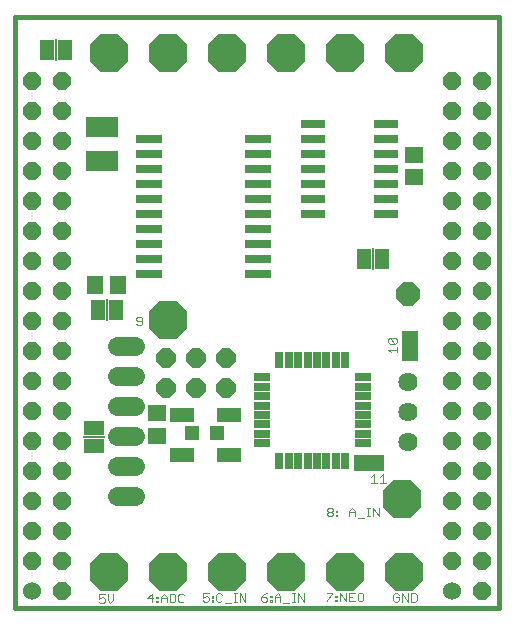
<source format=gts>
G75*
%MOIN*%
%OFA0B0*%
%FSLAX24Y24*%
%IPPOS*%
%LPD*%
%AMOC8*
5,1,8,0,0,1.08239X$1,22.5*
%
%ADD10C,0.0160*%
%ADD11C,0.0030*%
%ADD12R,0.0540X0.0260*%
%ADD13R,0.0260X0.0540*%
%ADD14OC8,0.0640*%
%ADD15OC8,0.1290*%
%ADD16R,0.0512X0.0512*%
%ADD17C,0.0640*%
%ADD18C,0.0600*%
%ADD19OC8,0.0600*%
%ADD20R,0.0540X0.1040*%
%ADD21R,0.1040X0.0540*%
%ADD22R,0.0500X0.0670*%
%ADD23R,0.0060X0.0720*%
%ADD24R,0.0906X0.0276*%
%ADD25R,0.0552X0.0631*%
%ADD26R,0.0840X0.0300*%
%ADD27R,0.0631X0.0552*%
%ADD28R,0.1103X0.0670*%
%ADD29C,0.0640*%
%ADD30OC8,0.0800*%
%ADD31R,0.0670X0.0500*%
%ADD32R,0.0720X0.0060*%
%ADD33R,0.0827X0.0473*%
D10*
X001046Y000180D02*
X017188Y000180D01*
X017188Y019865D01*
X001046Y019865D01*
X001046Y000180D01*
D11*
X003850Y000383D02*
X003898Y000334D01*
X003995Y000334D01*
X004044Y000383D01*
X004044Y000479D01*
X003995Y000528D01*
X003947Y000528D01*
X003850Y000479D01*
X003850Y000624D01*
X004044Y000624D01*
X004145Y000624D02*
X004145Y000431D01*
X004241Y000334D01*
X004338Y000431D01*
X004338Y000624D01*
X005474Y000502D02*
X005667Y000502D01*
X005768Y000502D02*
X005768Y000550D01*
X005817Y000550D01*
X005817Y000502D01*
X005768Y000502D01*
X005768Y000405D02*
X005768Y000357D01*
X005817Y000357D01*
X005817Y000405D01*
X005768Y000405D01*
X005916Y000357D02*
X005916Y000550D01*
X006012Y000647D01*
X006109Y000550D01*
X006109Y000357D01*
X006210Y000357D02*
X006355Y000357D01*
X006404Y000405D01*
X006404Y000599D01*
X006355Y000647D01*
X006210Y000647D01*
X006210Y000357D01*
X006109Y000502D02*
X005916Y000502D01*
X005619Y000357D02*
X005619Y000647D01*
X005474Y000502D01*
X006505Y000599D02*
X006505Y000405D01*
X006553Y000357D01*
X006650Y000357D01*
X006698Y000405D01*
X006698Y000599D02*
X006650Y000647D01*
X006553Y000647D01*
X006505Y000599D01*
X007319Y000665D02*
X007319Y000520D01*
X007416Y000568D01*
X007465Y000568D01*
X007513Y000520D01*
X007513Y000423D01*
X007465Y000375D01*
X007368Y000375D01*
X007319Y000423D01*
X007319Y000665D02*
X007513Y000665D01*
X007614Y000568D02*
X007614Y000520D01*
X007662Y000520D01*
X007662Y000568D01*
X007614Y000568D01*
X007614Y000423D02*
X007614Y000375D01*
X007662Y000375D01*
X007662Y000423D01*
X007614Y000423D01*
X007761Y000423D02*
X007810Y000375D01*
X007906Y000375D01*
X007955Y000423D01*
X008056Y000327D02*
X008250Y000327D01*
X008351Y000375D02*
X008447Y000375D01*
X008399Y000375D02*
X008399Y000665D01*
X008351Y000665D02*
X008447Y000665D01*
X008547Y000665D02*
X008741Y000375D01*
X008741Y000665D01*
X008547Y000665D02*
X008547Y000375D01*
X007955Y000617D02*
X007906Y000665D01*
X007810Y000665D01*
X007761Y000617D01*
X007761Y000423D01*
X009271Y000427D02*
X009319Y000379D01*
X009416Y000379D01*
X009465Y000427D01*
X009465Y000476D01*
X009416Y000524D01*
X009271Y000524D01*
X009271Y000427D01*
X009271Y000524D02*
X009368Y000621D01*
X009465Y000669D01*
X009566Y000572D02*
X009566Y000524D01*
X009614Y000524D01*
X009614Y000572D01*
X009566Y000572D01*
X009566Y000427D02*
X009566Y000379D01*
X009614Y000379D01*
X009614Y000427D01*
X009566Y000427D01*
X009713Y000379D02*
X009713Y000572D01*
X009810Y000669D01*
X009907Y000572D01*
X009907Y000379D01*
X010008Y000331D02*
X010201Y000331D01*
X010302Y000379D02*
X010399Y000379D01*
X010351Y000379D02*
X010351Y000669D01*
X010399Y000669D02*
X010302Y000669D01*
X010499Y000669D02*
X010692Y000379D01*
X010692Y000669D01*
X010499Y000669D02*
X010499Y000379D01*
X009907Y000524D02*
X009713Y000524D01*
X011446Y000437D02*
X011446Y000389D01*
X011446Y000437D02*
X011639Y000631D01*
X011639Y000679D01*
X011446Y000679D01*
X011740Y000582D02*
X011740Y000534D01*
X011789Y000534D01*
X011789Y000582D01*
X011740Y000582D01*
X011740Y000437D02*
X011740Y000389D01*
X011789Y000389D01*
X011789Y000437D01*
X011740Y000437D01*
X011888Y000389D02*
X011888Y000679D01*
X012081Y000389D01*
X012081Y000679D01*
X012182Y000679D02*
X012182Y000389D01*
X012376Y000389D01*
X012477Y000437D02*
X012525Y000389D01*
X012622Y000389D01*
X012670Y000437D01*
X012670Y000631D01*
X012622Y000679D01*
X012525Y000679D01*
X012477Y000631D01*
X012477Y000437D01*
X012279Y000534D02*
X012182Y000534D01*
X012182Y000679D02*
X012376Y000679D01*
X013661Y000618D02*
X013661Y000424D01*
X013709Y000376D01*
X013806Y000376D01*
X013854Y000424D01*
X013854Y000521D01*
X013758Y000521D01*
X013854Y000618D02*
X013806Y000666D01*
X013709Y000666D01*
X013661Y000618D01*
X013955Y000666D02*
X013955Y000376D01*
X014149Y000376D02*
X014149Y000666D01*
X014250Y000666D02*
X014395Y000666D01*
X014444Y000618D01*
X014444Y000424D01*
X014395Y000376D01*
X014250Y000376D01*
X014250Y000666D01*
X013955Y000666D02*
X014149Y000376D01*
X013179Y003226D02*
X013179Y003516D01*
X012985Y003516D02*
X013179Y003226D01*
X012985Y003226D02*
X012985Y003516D01*
X012885Y003516D02*
X012789Y003516D01*
X012837Y003516D02*
X012837Y003226D01*
X012789Y003226D02*
X012885Y003226D01*
X012687Y003178D02*
X012494Y003178D01*
X012393Y003226D02*
X012393Y003420D01*
X012296Y003516D01*
X012199Y003420D01*
X012199Y003226D01*
X012199Y003371D02*
X012393Y003371D01*
X011806Y003371D02*
X011757Y003371D01*
X011757Y003420D01*
X011806Y003420D01*
X011806Y003371D01*
X011806Y003274D02*
X011806Y003226D01*
X011757Y003226D01*
X011757Y003274D01*
X011806Y003274D01*
X011656Y003274D02*
X011608Y003226D01*
X011511Y003226D01*
X011463Y003274D01*
X011463Y003323D01*
X011511Y003371D01*
X011608Y003371D01*
X011656Y003323D01*
X011656Y003274D01*
X011608Y003371D02*
X011656Y003420D01*
X011656Y003468D01*
X011608Y003516D01*
X011511Y003516D01*
X011463Y003468D01*
X011463Y003420D01*
X011511Y003371D01*
X012922Y004339D02*
X013115Y004339D01*
X013019Y004339D02*
X013019Y004629D01*
X012922Y004532D01*
X013217Y004532D02*
X013313Y004629D01*
X013313Y004339D01*
X013217Y004339D02*
X013410Y004339D01*
X013596Y008690D02*
X013499Y008786D01*
X013790Y008786D01*
X013790Y008690D02*
X013790Y008883D01*
X013741Y008984D02*
X013548Y009178D01*
X013741Y009178D01*
X013790Y009129D01*
X013790Y009033D01*
X013741Y008984D01*
X013548Y008984D01*
X013499Y009033D01*
X013499Y009129D01*
X013548Y009178D01*
X005299Y009639D02*
X005299Y009833D01*
X005250Y009881D01*
X005153Y009881D01*
X005105Y009833D01*
X005105Y009785D01*
X005153Y009736D01*
X005299Y009736D01*
X005299Y009639D02*
X005250Y009591D01*
X005153Y009591D01*
X005105Y009639D01*
D12*
X009277Y007865D03*
X009277Y007550D03*
X009277Y007235D03*
X009277Y006920D03*
X009277Y006605D03*
X009277Y006290D03*
X009277Y005975D03*
X009277Y005660D03*
X012657Y005660D03*
X012657Y005975D03*
X012657Y006290D03*
X012657Y006605D03*
X012657Y006920D03*
X012657Y007235D03*
X012657Y007550D03*
X012657Y007865D03*
D13*
X012069Y008453D03*
X011754Y008453D03*
X011440Y008453D03*
X011125Y008453D03*
X010810Y008453D03*
X010495Y008453D03*
X010180Y008453D03*
X009865Y008453D03*
X009865Y005073D03*
X010180Y005073D03*
X010495Y005073D03*
X010810Y005073D03*
X011125Y005073D03*
X011440Y005073D03*
X011754Y005073D03*
X012069Y005073D03*
D14*
X008085Y007507D03*
X008085Y008507D03*
X007085Y008507D03*
X006085Y008507D03*
X006085Y007507D03*
X007085Y007507D03*
D15*
X006169Y009771D03*
X006164Y001361D03*
X008132Y001361D03*
X010101Y001361D03*
X012069Y001361D03*
X014038Y001361D03*
X013943Y003796D03*
X004195Y001361D03*
X004195Y018684D03*
X006164Y018684D03*
X008132Y018684D03*
X010101Y018684D03*
X012069Y018684D03*
X014038Y018684D03*
D16*
X007782Y006015D03*
X006955Y006015D03*
D17*
X005054Y005908D02*
X004454Y005908D01*
X004454Y004908D02*
X005054Y004908D01*
X005054Y003908D02*
X004454Y003908D01*
X004454Y006908D02*
X005054Y006908D01*
X005054Y007908D02*
X004454Y007908D01*
X004454Y008908D02*
X005054Y008908D01*
D18*
X001617Y000735D03*
X015617Y000735D03*
D19*
X016617Y000735D03*
X016617Y001735D03*
X016617Y002735D03*
X016617Y003735D03*
X016617Y004735D03*
X016617Y005735D03*
X016617Y006735D03*
X016617Y007735D03*
X016617Y008735D03*
X016617Y009735D03*
X016617Y010735D03*
X016617Y011735D03*
X016617Y012735D03*
X016617Y013735D03*
X016617Y014735D03*
X016617Y015735D03*
X016617Y016735D03*
X016617Y017735D03*
X015617Y017735D03*
X015617Y016735D03*
X015617Y015735D03*
X015617Y014735D03*
X015617Y013735D03*
X015617Y012735D03*
X015617Y011735D03*
X015617Y010735D03*
X015617Y009735D03*
X015617Y008735D03*
X015617Y007735D03*
X015617Y006735D03*
X015617Y005735D03*
X015617Y004735D03*
X015617Y003735D03*
X015617Y002735D03*
X015617Y001735D03*
X002617Y001735D03*
X002617Y000735D03*
X001617Y001735D03*
X001617Y002735D03*
X001617Y003735D03*
X001617Y004735D03*
X001617Y005735D03*
X001617Y006735D03*
X001617Y007735D03*
X001617Y008735D03*
X001617Y009735D03*
X001617Y010735D03*
X001617Y011735D03*
X001617Y012735D03*
X001617Y013735D03*
X001617Y014735D03*
X001617Y015735D03*
X001617Y016735D03*
X001617Y017735D03*
X002617Y017735D03*
X002617Y016735D03*
X002617Y015735D03*
X002617Y014735D03*
X002617Y013735D03*
X002617Y012735D03*
X002617Y011735D03*
X002617Y010735D03*
X002617Y009735D03*
X002617Y008735D03*
X002617Y007735D03*
X002617Y006735D03*
X002617Y005735D03*
X002617Y004735D03*
X002617Y003735D03*
X002617Y002735D03*
D20*
X014224Y008903D03*
D21*
X012857Y004995D03*
D22*
X012683Y011792D03*
X013283Y011792D03*
X004425Y010089D03*
X003825Y010089D03*
X002736Y018782D03*
X002136Y018782D03*
D23*
X002436Y018782D03*
X004125Y010089D03*
X012983Y011792D03*
D24*
X009156Y011788D03*
X009156Y011288D03*
X009156Y012288D03*
X009156Y012788D03*
X009156Y013288D03*
X009156Y013788D03*
X009156Y014288D03*
X009156Y014788D03*
X009156Y015288D03*
X009156Y015788D03*
X005534Y015788D03*
X005534Y015288D03*
X005534Y014788D03*
X005534Y014288D03*
X005534Y013788D03*
X005534Y013288D03*
X005534Y012788D03*
X005534Y012288D03*
X005534Y011788D03*
X005534Y011288D03*
D25*
X004485Y010932D03*
X003737Y010932D03*
D26*
X010992Y013306D03*
X010992Y013806D03*
X010992Y014306D03*
X010992Y014806D03*
X010992Y015306D03*
X010992Y015806D03*
X010992Y016306D03*
X013412Y016306D03*
X013412Y015806D03*
X013412Y015306D03*
X013412Y014806D03*
X013412Y014306D03*
X013412Y013806D03*
X013412Y013306D03*
D27*
X014359Y014525D03*
X014359Y015273D03*
X005786Y006654D03*
X005786Y005906D03*
D28*
X003967Y015086D03*
X003967Y016188D03*
D29*
X014144Y007696D03*
X014144Y006696D03*
X014144Y005696D03*
D30*
X014144Y010633D03*
D31*
X003686Y006180D03*
X003686Y005580D03*
D32*
X003686Y005880D03*
D33*
X006618Y005271D03*
X006618Y006609D03*
X008193Y006609D03*
X008193Y005271D03*
M02*

</source>
